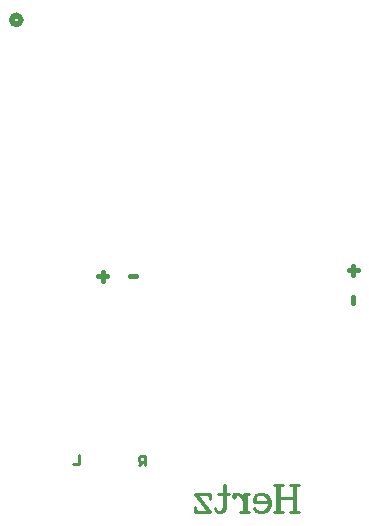
<source format=gbr>
G04*
G04 #@! TF.GenerationSoftware,Altium Limited,Altium Designer,25.4.2 (15)*
G04*
G04 Layer_Color=32896*
%FSLAX44Y44*%
%MOMM*%
G71*
G04*
G04 #@! TF.SameCoordinates,5F7C4320-E98A-453F-BBD9-352C29D146EE*
G04*
G04*
G04 #@! TF.FilePolarity,Positive*
G04*
G01*
G75*
%ADD13C,0.5080*%
%ADD15C,0.3810*%
%ADD16C,0.2540*%
%ADD17C,0.2794*%
D13*
X-83566Y496316D02*
G03*
X-75946Y496316I3810J0D01*
G01*
D02*
G03*
X-83566Y496316I-3810J0D01*
G01*
D15*
X-6604Y275336D02*
Y282956D01*
X-10414Y279146D02*
X-2794D01*
X16256D02*
X21336D01*
X205486Y256286D02*
Y261366D01*
Y280416D02*
Y288036D01*
X201676Y284226D02*
X209296D01*
D16*
X28956Y119126D02*
Y126743D01*
X25147D01*
X23877Y125474D01*
Y122935D01*
X25147Y121665D01*
X28956D01*
X26417D02*
X23877Y119126D01*
X-26924Y128013D02*
Y120396D01*
X-32002D01*
D17*
X156546Y102616D02*
Y79761D01*
X155458Y102616D02*
Y79761D01*
X142398Y102616D02*
Y79761D01*
X141309Y102616D02*
Y79761D01*
X159811Y102616D02*
X152193D01*
X145663D02*
X138044D01*
X155458Y91733D02*
X142398D01*
X159811Y79761D02*
X152193D01*
X145663D02*
X138044D01*
X134235Y88468D02*
X121175D01*
Y90644D01*
X122263Y92821D01*
X123352Y93909D01*
X125528Y94998D01*
X128793D01*
X132058Y93909D01*
X134235Y91733D01*
X135323Y88468D01*
Y86291D01*
X134235Y83026D01*
X132058Y80849D01*
X128793Y79761D01*
X126617D01*
X123352Y80849D01*
X121175Y83026D01*
X122263Y88468D02*
Y91733D01*
X123352Y93909D01*
X128793Y94998D02*
X130970Y93909D01*
X133147Y91733D01*
X134235Y88468D01*
Y86291D01*
X133147Y83026D01*
X130970Y80849D01*
X128793Y79761D01*
X114427Y94998D02*
Y79761D01*
X113339Y94998D02*
Y79761D01*
Y88468D02*
X112251Y91733D01*
X110074Y93909D01*
X107897Y94998D01*
X104632D01*
X103544Y93909D01*
Y92821D01*
X104632Y91733D01*
X105721Y92821D01*
X104632Y93909D01*
X117692Y94998D02*
X113339D01*
X117692Y79761D02*
X110074D01*
X93531D02*
X94620Y80849D01*
X95708Y84114D01*
Y102616D01*
X96796D01*
Y84114D01*
X95708Y80849D01*
X93531Y79761D01*
X91355D01*
X89178Y80849D01*
X88090Y83026D01*
X100061Y94998D02*
X91355D01*
X72417D02*
X84389Y79761D01*
X71329Y94998D02*
X83301Y79761D01*
Y94998D02*
X84389Y90644D01*
Y94998D01*
X71329D01*
X84389Y79761D02*
X71329D01*
Y84114D01*
X72417Y79761D01*
M02*

</source>
